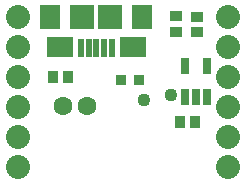
<source format=gts>
G75*
%MOIN*%
%OFA0B0*%
%FSLAX24Y24*%
%IPPOS*%
%LPD*%
%AMOC8*
5,1,8,0,0,1.08239X$1,22.5*
%
%ADD10C,0.0800*%
%ADD11C,0.0630*%
%ADD12R,0.0375X0.0375*%
%ADD13R,0.0414X0.0336*%
%ADD14R,0.0277X0.0532*%
%ADD15R,0.0336X0.0414*%
%ADD16R,0.0887X0.0690*%
%ADD17R,0.0217X0.0591*%
%ADD18R,0.0808X0.0808*%
%ADD19R,0.0690X0.0808*%
%ADD20C,0.0436*%
D10*
X001378Y001811D03*
X001378Y002811D03*
X001378Y003811D03*
X001378Y004811D03*
X001378Y005811D03*
X001378Y006811D03*
X008378Y006811D03*
X008378Y005811D03*
X008378Y004811D03*
X008378Y003811D03*
X008378Y002811D03*
X008378Y001811D03*
D11*
X003681Y003823D03*
X002894Y003823D03*
D12*
X004815Y004685D03*
X005406Y004685D03*
D13*
X006654Y006307D03*
X006654Y006819D03*
X007355Y006804D03*
X007355Y006292D03*
D14*
X007689Y005170D03*
X006941Y005170D03*
X006941Y004146D03*
X007315Y004146D03*
X007689Y004146D03*
D15*
X007292Y003288D03*
X006780Y003288D03*
X003048Y004815D03*
X002536Y004815D03*
D16*
X002768Y005804D03*
X005209Y005804D03*
D17*
X004500Y005754D03*
X004244Y005754D03*
X003989Y005754D03*
X003733Y005754D03*
X003477Y005754D03*
D18*
X003516Y006807D03*
X004461Y006807D03*
D19*
X005524Y006807D03*
X002453Y006807D03*
D20*
X005567Y004016D03*
X006493Y004197D03*
M02*

</source>
